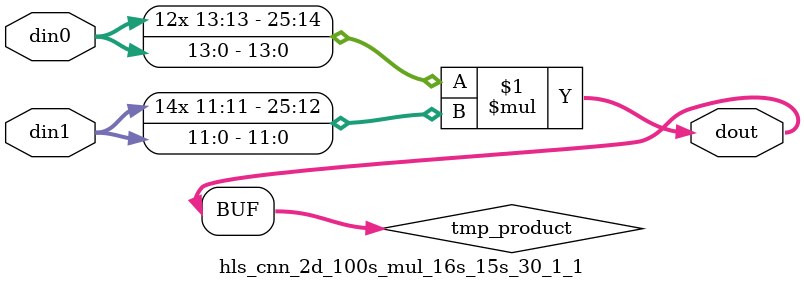
<source format=v>

`timescale 1 ns / 1 ps

  module hls_cnn_2d_100s_mul_16s_15s_30_1_1(din0, din1, dout);
parameter ID = 1;
parameter NUM_STAGE = 0;
parameter din0_WIDTH = 14;
parameter din1_WIDTH = 12;
parameter dout_WIDTH = 26;

input [din0_WIDTH - 1 : 0] din0; 
input [din1_WIDTH - 1 : 0] din1; 
output [dout_WIDTH - 1 : 0] dout;

wire signed [dout_WIDTH - 1 : 0] tmp_product;













assign tmp_product = $signed(din0) * $signed(din1);








assign dout = tmp_product;







endmodule

</source>
